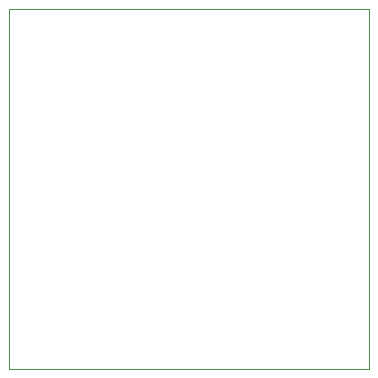
<source format=gm1>
%TF.GenerationSoftware,KiCad,Pcbnew,(5.1.12)-1*%
%TF.CreationDate,2022-02-08T18:48:32+00:00*%
%TF.ProjectId,Watch_PCB_V2,57617463-685f-4504-9342-5f56322e6b69,rev?*%
%TF.SameCoordinates,Original*%
%TF.FileFunction,Profile,NP*%
%FSLAX46Y46*%
G04 Gerber Fmt 4.6, Leading zero omitted, Abs format (unit mm)*
G04 Created by KiCad (PCBNEW (5.1.12)-1) date 2022-02-08 18:48:32*
%MOMM*%
%LPD*%
G01*
G04 APERTURE LIST*
%TA.AperFunction,Profile*%
%ADD10C,0.050000*%
%TD*%
G04 APERTURE END LIST*
D10*
X220980000Y-63500000D02*
X220980000Y-93980000D01*
X190500000Y-63500000D02*
X220980000Y-63500000D01*
X220980000Y-93980000D02*
X190500000Y-93980000D01*
X190500000Y-93980000D02*
X190500000Y-63500000D01*
M02*

</source>
